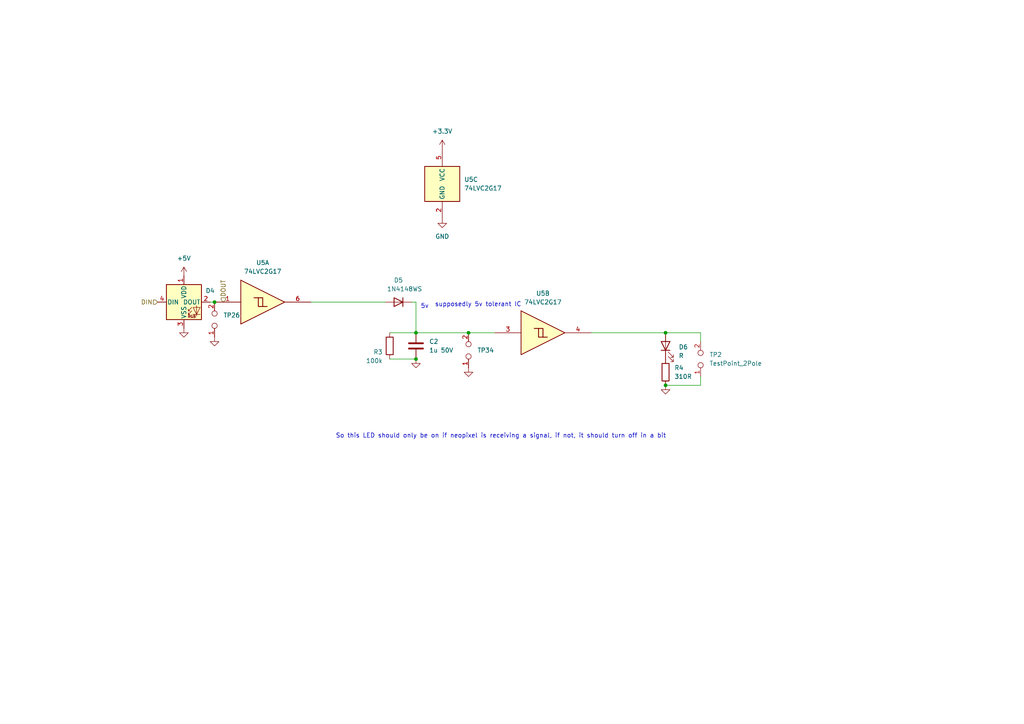
<source format=kicad_sch>
(kicad_sch (version 20231120) (generator "eeschema") (generator_version "8.0")
  (paper "A4")
  (lib_symbols
    (symbol "74xGxx:74LVC2G17"
      (property "Reference" "U" (at -1.27 7.62 0))
      (property "Value" "74LVC2G17" (at 2.54 -7.62 0))
      (symbol "74LVC2G17_1_1"
        (polyline (pts (xy -2.54 1.27) (xy -1.27 1.27) (xy -1.27 -1.27)) (stroke (width 0.254)) (fill (type background)))
        (polyline (pts (xy -7.62 6.35) (xy -7.62 -6.35) (xy 5.08 0) (xy -7.62 6.35)) (stroke (width 0.254)) (fill (type background)))
        (polyline (pts (xy -3.81 1.27) (xy -2.54 1.27) (xy -2.54 -1.27) (xy 0 -1.27)) (stroke (width 0.254)) (fill (type background)))
        (pin input line (at -15.24 0 0) (length 7.62) (name "~") (number "1"))
        (pin output line (at 12.7 0 180) (length 7.62) (name "~") (number "6"))
      )
      (symbol "74LVC2G17_2_1"
        (polyline (pts (xy -2.54 1.27) (xy -1.27 1.27) (xy -1.27 -1.27)) (stroke (width 0.254)) (fill (type background)))
        (polyline (pts (xy -7.62 6.35) (xy -7.62 -6.35) (xy 5.08 0) (xy -7.62 6.35)) (stroke (width 0.254)) (fill (type background)))
        (polyline (pts (xy -3.81 1.27) (xy -2.54 1.27) (xy -2.54 -1.27) (xy 0 -1.27)) (stroke (width 0.254)) (fill (type background)))
        (pin input line (at -15.24 0 0) (length 7.62) (name "~") (number "3"))
        (pin output line (at 12.7 0 180) (length 7.62) (name "~") (number "4"))
      )
      (symbol "74LVC2G17_3_0"
        (rectangle (start -5.08 -5.08) (end 5.08 5.08) (stroke (width 0.254)) (fill (type background)))
      )
      (symbol "74LVC2G17_3_1"
        (pin power_in line (at 0 -10.16 90) (length 5.08) (name "GND") (number "2"))
        (pin power_in line (at 0 10.16 270) (length 5.08) (name "VCC") (number "5"))
      )
    )
    (symbol "Connector:TestPoint_2Pole" (pin_names (offset 0.762) hide)
      (property "Reference" "TP" (at 0 1.524 0))
      (property "Value" "TestPoint_2Pole" (at 0 -1.778 0))
      (symbol "TestPoint_2Pole_0_1"
        (circle (center -1.778 0) (radius 0.762))
        (circle (center 1.778 0) (radius 0.762))
        (pin passive line (at -5.08 0 0) (length 2.54) (name "1") (number "1"))
        (pin passive line (at 5.08 0 180) (length 2.54) (name "2") (number "2"))
      )
    )
    (symbol "Device:C" (pin_numbers hide) (pin_names (offset 0.254))
      (property "Reference" "C" (at 0.635 2.54 0))
      (property "Value" "C" (at 0.635 -2.54 0))
      (symbol "C_0_1"
        (polyline (pts (xy -2.032 -0.762) (xy 2.032 -0.762)) (stroke (width 0.508)))
        (polyline (pts (xy -2.032 0.762) (xy 2.032 0.762)) (stroke (width 0.508)))
      )
      (symbol "C_1_1"
        (pin passive line (at 0 3.81 270) (length 2.794) (name "~") (number "1"))
        (pin passive line (at 0 -3.81 90) (length 2.794) (name "~") (number "2"))
      )
    )
    (symbol "Device:D" (pin_numbers hide) (pin_names (offset 1.016) hide)
      (property "Reference" "D" (at 0 2.54 0))
      (property "Value" "D" (at 0 -2.54 0))
      (symbol "D_0_1"
        (polyline (pts (xy -1.27 1.27) (xy -1.27 -1.27)) (stroke (width 0.254)))
        (polyline (pts (xy 1.27 0) (xy -1.27 0)))
        (polyline (pts (xy 1.27 1.27) (xy 1.27 -1.27) (xy -1.27 0) (xy 1.27 1.27)) (stroke (width 0.254)))
      )
      (symbol "D_1_1"
        (pin passive line (at -3.81 0 0) (length 2.54) (name "K") (number "1"))
        (pin passive line (at 3.81 0 180) (length 2.54) (name "A") (number "2"))
      )
    )
    (symbol "Device:LED" (pin_numbers hide) (pin_names (offset 1.016) hide)
      (property "Reference" "D" (at 0 2.54 0))
      (property "Value" "LED" (at 0 -2.54 0))
      (symbol "LED_0_1"
        (polyline (pts (xy -1.27 -1.27) (xy -1.27 1.27)) (stroke (width 0.254)))
        (polyline (pts (xy -1.27 0) (xy 1.27 0)))
        (polyline (pts (xy 1.27 -1.27) (xy 1.27 1.27) (xy -1.27 0) (xy 1.27 -1.27)) (stroke (width 0.254)))
        (polyline (pts (xy -3.048 -0.762) (xy -4.572 -2.286) (xy -3.81 -2.286) (xy -4.572 -2.286) (xy -4.572 -1.524)))
        (polyline (pts (xy -1.778 -0.762) (xy -3.302 -2.286) (xy -2.54 -2.286) (xy -3.302 -2.286) (xy -3.302 -1.524)))
      )
      (symbol "LED_1_1"
        (pin passive line (at -3.81 0 0) (length 2.54) (name "K") (number "1"))
        (pin passive line (at 3.81 0 180) (length 2.54) (name "A") (number "2"))
      )
    )
    (symbol "Device:R" (pin_numbers hide) (pin_names (offset 0))
      (property "Reference" "R" (at 2.032 0 90))
      (property "Value" "R" (at 0 0 90))
      (symbol "R_0_1"
        (rectangle (start -1.016 -2.54) (end 1.016 2.54) (stroke (width 0.254)))
      )
      (symbol "R_1_1"
        (pin passive line (at 0 3.81 270) (length 1.27) (name "~") (number "1"))
        (pin passive line (at 0 -3.81 90) (length 1.27) (name "~") (number "2"))
      )
    )
    (symbol "GND_1" (power) (pin_numbers hide) (pin_names (offset 0) hide)
      (property "Value" "GND" (at 0 -3.81 0))
      (symbol "GND_1_0_1"
        (polyline (pts (xy 0 0) (xy 0 -1.27) (xy 1.27 -1.27) (xy 0 -2.54) (xy -1.27 -1.27) (xy 0 -1.27)))
      )
      (symbol "GND_1_1_1"
        (pin power_in line (at 0 0 270) (length 0) (name "~") (number "1"))
      )
    )
    (symbol "LED:WS2812B" (pin_names (offset 0.254))
      (property "Reference" "D" (at 5.08 5.715 0))
      (property "Value" "WS2812B" (at 1.27 -5.715 0))
      (symbol "WS2812B_0_0"
        (text "RGB" (at 2.286 -4.191 0) (effects (font (size 0.762 0.762))))
      )
      (symbol "WS2812B_0_1"
        (polyline (pts (xy 1.27 -3.556) (xy 1.778 -3.556)))
        (polyline (pts (xy 1.27 -2.54) (xy 1.778 -2.54)))
        (polyline (pts (xy 4.699 -3.556) (xy 2.667 -3.556)))
        (polyline (pts (xy 2.286 -2.54) (xy 1.27 -3.556) (xy 1.27 -3.048)))
        (polyline (pts (xy 2.286 -1.524) (xy 1.27 -2.54) (xy 1.27 -2.032)))
        (polyline (pts (xy 3.683 -1.016) (xy 3.683 -3.556) (xy 3.683 -4.064)))
        (polyline (pts (xy 4.699 -1.524) (xy 2.667 -1.524) (xy 3.683 -3.556) (xy 4.699 -1.524)))
        (rectangle (start 5.08 5.08) (end -5.08 -5.08) (stroke (width 0.254)) (fill (type background)))
      )
      (symbol "WS2812B_1_1"
        (pin power_in line (at 0 7.62 270) (length 2.54) (name "VDD") (number "1"))
        (pin output line (at 7.62 0 180) (length 2.54) (name "DOUT") (number "2"))
        (pin power_in line (at 0 -7.62 90) (length 2.54) (name "VSS") (number "3"))
        (pin input line (at -7.62 0 0) (length 2.54) (name "DIN") (number "4"))
      )
    )
    (symbol "power:+5V" (power) (pin_numbers hide) (pin_names (offset 0) hide)
      (property "Value" "+5V" (at 0 3.556 0))
      (symbol "+5V_0_1"
        (polyline (pts (xy -0.762 1.27) (xy 0 2.54)))
        (polyline (pts (xy 0 0) (xy 0 2.54)))
        (polyline (pts (xy 0 2.54) (xy 0.762 1.27)))
      )
      (symbol "+5V_1_1"
        (pin power_in line (at 0 0 90) (length 0) (name "~") (number "1"))
      )
    )
    (symbol "power:GND" (power) (pin_names (offset 0))
      (property "Value" "GND" (at 0 -3.81 0))
      (symbol "GND_0_1"
        (polyline (pts (xy 0 0) (xy 0 -1.27) (xy 1.27 -1.27) (xy 0 -2.54) (xy -1.27 -1.27) (xy 0 -1.27)))
      )
      (symbol "GND_1_1"
        (pin power_in line (at 0 0 270) (length 0) hide (name "GND") (number "1"))
      )
    )
  )
  (junction (at 120.65 96.52))
  (junction (at 193.04 111.76))
  (junction (at 120.65 104.14))
  (junction (at 62.23 87.63))
  (junction (at 193.04 96.52))
  (junction (at 135.89 96.52))
  (wire (pts (xy 120.65 96.52) (xy 135.89 96.52)))
  (wire (pts (xy 135.89 96.52) (xy 143.51 96.52)))
  (wire (pts (xy 113.03 96.52) (xy 120.65 96.52)))
  (wire (pts (xy 203.2 111.76) (xy 193.04 111.76)))
  (wire (pts (xy 120.65 87.63) (xy 120.65 96.52)))
  (wire (pts (xy 119.38 87.63) (xy 120.65 87.63)))
  (wire (pts (xy 60.96 87.63) (xy 62.23 87.63)))
  (wire (pts (xy 90.17 87.63) (xy 111.76 87.63)))
  (wire (pts (xy 203.2 96.52) (xy 193.04 96.52)))
  (wire (pts (xy 203.2 109.22) (xy 203.2 111.76)))
  (wire (pts (xy 203.2 99.06) (xy 203.2 96.52)))
  (wire (pts (xy 113.03 104.14) (xy 120.65 104.14)))
  (wire (pts (xy 171.45 96.52) (xy 193.04 96.52)))
  (text "5v" (at 123.19 88.9 0) (effects (font (size 1.27 1.27))))
  (text "supposedly 5v tolerant IC" (at 138.684 88.392 0) (effects (font (size 1.27 1.27))))
  (text "So this LED should only be on if neopixel is receiving a signal, if not, it should turn off in a bit" (at 145.288 126.492 0) (effects (font (size 1.27 1.27))))
  (hierarchical_label "DIN" (shape input) (at 45.72 87.63 180))
  (hierarchical_label "DOUT" (shape input) (at 64.77 87.63 90))
  (symbol (lib_id "Device:LED") (at 193.04 100.33 90) (unit 1)
    (property "Reference" "D6" (at 196.85 100.6474 90) (effects (justify right)))
    (property "Value" "R" (at 196.85 103.1874 90) (effects (justify right)))
    (property "Footprint" "LED_SMD:LED_0603_1608Metric" (effects (hide yes)))
    (property "Description" "Light emitting diode" (effects (hide yes)))
    (instances (project "tester" (path "" (reference "D6") (unit 1)) (path "" (reference "D3") (unit 1)) (path "" (reference "D3") (unit 1))))
  )
  (symbol (lib_id "Connector:TestPoint_2Pole") (at 62.23 92.71 90) (unit 1)
    (property "Reference" "TP26" (at 64.77 91.4399 90) (effects (justify right)))
    (property "Value" "TestPoint_2Pole" (effects (hide yes)))
    (property "Footprint" "TestPoint:TestPoint_2Pads_Pitch2.54mm_Drill0.8mm" (effects (hide yes)))
    (property "Description" "2-polar test point" (effects (hide yes)))
    (instances (project "tester" (path "" (reference "TP26") (unit 1)) (path "" (reference "TP25") (unit 1)) (path "" (reference "TP27") (unit 1))))
  )
  (symbol (lib_id "power:+5V") (at 128.27 43.18 0) (unit 1)
    (property "Reference" "#PWR011" (effects (hide yes)))
    (property "Value" "+3.3V" (at 128.27 38.1 0))
    (property "Description" "Power symbol creates a global label with name \"+5V\"" (effects (hide yes)))
    (instances (project "tester" (path "" (reference "#PWR012") (unit 1)) (path "" (reference "#PWR011") (unit 1)) (path "" (reference "#PWR013") (unit 1))))
  )
  (symbol (lib_name "GND_1") (lib_id "power:GND") (at 128.27 63.5 0) (unit 1)
    (property "Reference" "#PWR06" (effects (hide yes)))
    (property "Value" "GND" (at 128.27 68.58 0))
    (property "Description" "Power symbol creates a global label with name \"GND\" , ground" (effects (hide yes)))
    (instances (project "" (path "" (reference "#PWR05") (unit 1)) (path "" (reference "#PWR04") (unit 1)) (path "" (reference "#PWR06") (unit 1))))
  )
  (symbol (lib_id "Device:R") (at 193.04 107.95 0) (unit 1)
    (property "Reference" "R4" (at 195.58 106.6799 0) (effects (justify left)))
    (property "Value" "310R" (at 195.58 109.2199 0) (effects (justify left)))
    (property "Footprint" "Resistor_SMD:R_0603_1608Metric" (effects (hide yes)))
    (property "Description" "Resistor" (effects (hide yes)))
    (instances (project "tester" (path "" (reference "R4") (unit 1)) (path "" (reference "R2") (unit 1)) (path "" (reference "R2") (unit 1))))
  )
  (symbol (lib_id "Connector:TestPoint_2Pole") (at 135.89 101.6 90) (unit 1)
    (property "Reference" "TP17" (at 138.43 101.5999 90) (effects (justify right)))
    (property "Value" "TestPoint_2Pole" (effects (hide yes)))
    (property "Footprint" "TestPoint:TestPoint_2Pads_Pitch2.54mm_Drill0.8mm" (effects (hide yes)))
    (property "Description" "2-polar test point" (effects (hide yes)))
    (instances (project "tester" (path "" (reference "TP34") (unit 1)) (path "" (reference "TP17") (unit 1)) (path "" (reference "TP17") (unit 1))))
  )
  (symbol (lib_id "LED:WS2812B") (at 53.34 87.63 0) (unit 1)
    (property "Reference" "D4" (at 60.96 84.328 0))
    (property "Value" "sk6812-mini-e" (effects (hide yes)))
    (property "Footprint" "0mylibrary:SK6812-MINI-E" (effects (hide yes)))
    (property "Datasheet" "https://cdn-shop.adafruit.com/datasheets/WS2812B.pdf" (effects (hide yes)))
    (instances (project "tester" (path "" (reference "D4") (unit 1)) (path "" (reference "D1") (unit 1)) (path "" (reference "D7") (unit 1))))
  )
  (symbol (lib_id "Device:D") (at 115.57 87.63 180) (unit 1)
    (property "Reference" "D5" (at 115.57 81.28 0))
    (property "Value" "1N4148WS" (at 117.348 83.82 0))
    (property "Footprint" "Diode_SMD:D_SOD-323_HandSoldering" (effects (hide yes)))
    (property "Description" "Diode" (effects (hide yes)))
    (property "Sim.Device" "D" (effects (hide yes)))
    (property "Sim.Pins" "1=K 2=A" (effects (hide yes)))
    (instances (project "tester" (path "" (reference "D5") (unit 1)) (path "" (reference "D2") (unit 1)) (path "" (reference "D2") (unit 1))))
  )
  (symbol (lib_id "74xGxx:74LVC2G17") (at 158.75 96.52 0) (unit 2)
    (property "Reference" "U4" (at 157.48 85.09 0))
    (property "Value" "74LVC2G17" (at 157.48 87.63 0))
    (property "Datasheet" "http://www.ti.com/lit/sg/scyt129e/scyt129e.pdf" (effects (hide yes)))
    (property "Description" "Dual Buffer, Schmitt Triggered, Low-Voltage CMOS" (effects (hide yes)))
    (instances (project "" (path "" (reference "U5") (unit 2)) (path "" (reference "U4") (unit 2)) (path "" (reference "U4") (unit 2))))
  )
  (symbol (lib_id "74xGxx:74LVC2G17") (at 77.47 87.63 0) (unit 1)
    (property "Reference" "U4" (at 76.2 76.2 0))
    (property "Value" "74LVC2G17" (at 76.2 78.74 0))
    (property "Datasheet" "http://www.ti.com/lit/sg/scyt129e/scyt129e.pdf" (effects (hide yes)))
    (property "Description" "Dual Buffer, Schmitt Triggered, Low-Voltage CMOS" (effects (hide yes)))
    (instances (project "" (path "" (reference "U5") (unit 1)) (path "" (reference "U4") (unit 1)) (path "" (reference "U4") (unit 1))))
  )
  (symbol (lib_id "Device:R") (at 113.03 100.33 0) (mirror x) (unit 1)
    (property "Reference" "R3" (at 110.998 102.108 0) (effects (justify right)))
    (property "Value" "100k" (at 110.998 104.648 0) (effects (justify right)))
    (property "Footprint" "Resistor_SMD:R_0603_1608Metric_Pad0.98x0.95mm_HandSolder" (effects (hide yes)))
    (property "Description" "Resistor" (effects (hide yes)))
    (instances (project "tester" (path "" (reference "R3") (unit 1)) (path "" (reference "R1") (unit 1)) (path "" (reference "R1") (unit 1))))
  )
  (symbol (lib_id "power:GND") (at 62.23 97.79 0) (unit 1)
    (property "Reference" "#PWR0112" (effects (hide yes)))
    (property "Value" "GND" (effects (hide yes)))
    (instances (project "tester" (path "" (reference "#PWR0112") (unit 1)) (path "" (reference "#PWR0111") (unit 1)) (path "" (reference "#PWR0113") (unit 1))))
  )
  (symbol (lib_id "Connector:TestPoint_2Pole") (at 203.2 104.14 90) (unit 1)
    (property "Reference" "TP2" (at 205.74 102.8699 90) (effects (justify right)))
    (property "Value" "TestPoint_2Pole" (at 205.74 105.4099 90) (effects (justify right)))
    (property "Footprint" "TestPoint:TestPoint_2Pads_Pitch2.54mm_Drill0.8mm" (effects (hide yes)))
    (property "Description" "2-polar test point" (effects (hide yes)))
    (instances (project "tester" (path "" (reference "TP2") (unit 1)) (path "" (reference "TP1") (unit 1)) (path "" (reference "TP1") (unit 1))))
  )
  (symbol (lib_id "power:GND") (at 120.65 104.14 0) (unit 1)
    (property "Reference" "#PWR010" (effects (hide yes)))
    (property "Value" "GND" (effects (hide yes)))
    (instances (project "tester" (path "" (reference "#PWR010") (unit 1)) (path "" (reference "#PWR03") (unit 1)) (path "" (reference "#PWR017") (unit 1))))
  )
  (symbol (lib_id "Device:C") (at 120.65 100.33 0) (unit 1)
    (property "Reference" "C2" (at 124.46 99.0599 0) (effects (justify left)))
    (property "Value" "1u 50V" (at 124.46 101.5999 0) (effects (justify left)))
    (property "Footprint" "Capacitor_SMD:C_0603_1608Metric" (effects (hide yes)))
    (property "Description" "Unpolarized capacitor" (effects (hide yes)))
    (instances (project "tester" (path "" (reference "C2") (unit 1)) (path "" (reference "C1") (unit 1)) (path "" (reference "C1") (unit 1))))
  )
  (symbol (lib_id "power:GND") (at 193.04 111.76 0) (unit 1)
    (property "Reference" "#PWR014" (effects (hide yes)))
    (property "Value" "GND" (effects (hide yes)))
    (instances (project "tester" (path "" (reference "#PWR014") (unit 1)) (path "" (reference "#PWR07") (unit 1)) (path "" (reference "#PWR021") (unit 1))))
  )
  (symbol (lib_id "power:GND") (at 53.34 95.25 0) (unit 1)
    (property "Reference" "#PWR09" (effects (hide yes)))
    (property "Value" "GND" (effects (hide yes)))
    (instances (project "tester" (path "" (reference "#PWR09") (unit 1)) (path "" (reference "#PWR02") (unit 1)) (path "" (reference "#PWR016") (unit 1))))
  )
  (symbol (lib_id "power:+5V") (at 53.34 80.01 0) (unit 1)
    (property "Reference" "#PWR08" (effects (hide yes)))
    (property "Value" "+5V" (at 53.34 74.93 0))
    (property "Description" "Power symbol creates a global label with name \"+5V\"" (effects (hide yes)))
    (instances (project "tester" (path "" (reference "#PWR08") (unit 1)) (path "" (reference "#PWR01") (unit 1)) (path "" (reference "#PWR015") (unit 1))))
  )
  (symbol (lib_id "power:GND") (at 135.89 106.68 0) (unit 1)
    (property "Reference" "#PWR0104" (effects (hide yes)))
    (property "Value" "GND" (effects (hide yes)))
    (instances (project "tester" (path "" (reference "#PWR0104") (unit 1)) (path "" (reference "#PWR0103") (unit 1)) (path "" (reference "#PWR0105") (unit 1))))
  )
  (symbol (lib_id "74xGxx:74LVC2G17") (at 128.27 53.34 0) (unit 3)
    (property "Reference" "U6" (at 134.62 52.0699 0) (effects (justify left)))
    (property "Value" "74LVC2G17" (at 134.62 54.6099 0) (effects (justify left)))
    (property "Datasheet" "http://www.ti.com/lit/sg/scyt129e/scyt129e.pdf" (effects (hide yes)))
    (property "Description" "Dual Buffer, Schmitt Triggered, Low-Voltage CMOS" (effects (hide yes)))
    (instances (project "" (path "" (reference "U5") (unit 3)) (path "" (reference "U4") (unit 3)) (path "" (reference "U6") (unit 3))))
  )
)
</source>
